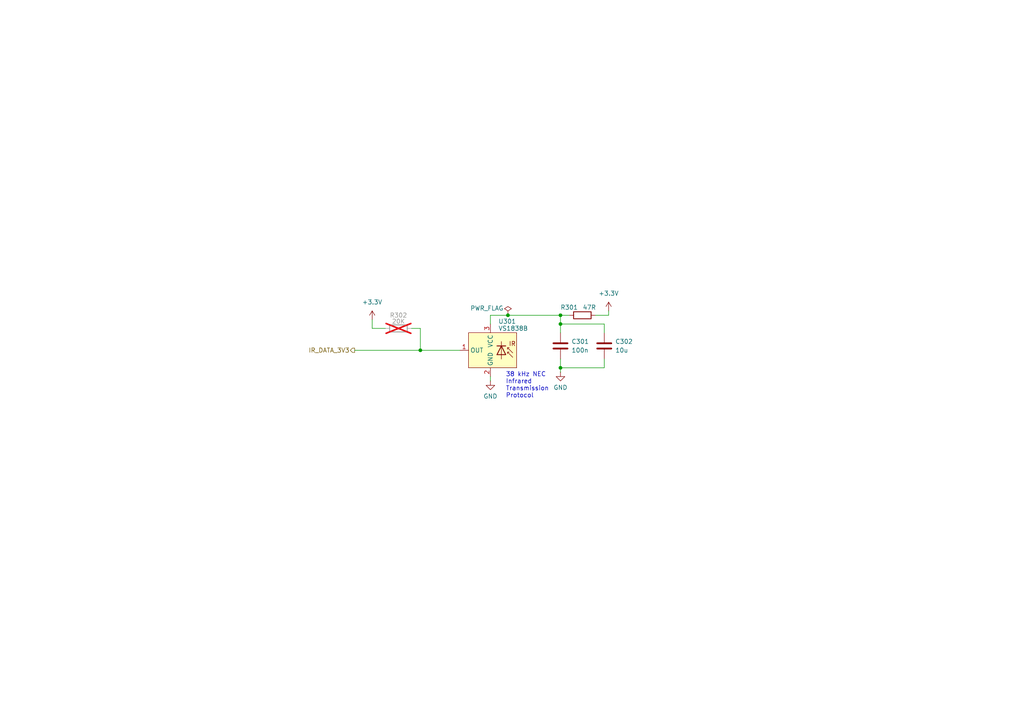
<source format=kicad_sch>
(kicad_sch (version 20231120) (generator "eeschema") (generator_version "8.0")
  (paper "A4")
  (lib_symbols
    (symbol "Device:C" (pin_numbers hide) (pin_names (offset 0.254))
      (property "Reference" "C" (at 0.635 2.54 0))
      (property "Value" "C" (at 0.635 -2.54 0))
      (symbol "C_0_1"
        (polyline (pts (xy -2.032 -0.762) (xy 2.032 -0.762)) (stroke (width 0.508)))
        (polyline (pts (xy -2.032 0.762) (xy 2.032 0.762)) (stroke (width 0.508)))
      )
      (symbol "C_1_1"
        (pin passive line (at 0 3.81 270) (length 2.794) (name "~") (number "1"))
        (pin passive line (at 0 -3.81 90) (length 2.794) (name "~") (number "2"))
      )
    )
    (symbol "Device:R" (pin_numbers hide) (pin_names (offset 0))
      (property "Reference" "R" (at 2.032 0 90))
      (property "Value" "R" (at 0 0 90))
      (symbol "R_0_1"
        (rectangle (start -1.016 -2.54) (end 1.016 2.54) (stroke (width 0.254)))
      )
      (symbol "R_1_1"
        (pin passive line (at 0 3.81 270) (length 1.27) (name "~") (number "1"))
        (pin passive line (at 0 -3.81 90) (length 1.27) (name "~") (number "2"))
      )
    )
    (symbol "power:+3.3V" (power) (pin_numbers hide) (pin_names (offset 0) hide)
      (property "Value" "+3.3V" (at 0 3.556 0))
      (symbol "+3.3V_0_1"
        (polyline (pts (xy -0.762 1.27) (xy 0 2.54)))
        (polyline (pts (xy 0 0) (xy 0 2.54)))
        (polyline (pts (xy 0 2.54) (xy 0.762 1.27)))
      )
      (symbol "+3.3V_1_1"
        (pin power_in line (at 0 0 90) (length 0) (name "~") (number "1"))
      )
    )
    (symbol "power:GND" (power) (pin_numbers hide) (pin_names (offset 0) hide)
      (property "Value" "GND" (at 0 -3.81 0))
      (symbol "GND_0_1"
        (polyline (pts (xy 0 0) (xy 0 -1.27) (xy 1.27 -1.27) (xy 0 -2.54) (xy -1.27 -1.27) (xy 0 -1.27)))
      )
      (symbol "GND_1_1"
        (pin power_in line (at 0 0 270) (length 0) (name "~") (number "1"))
      )
    )
    (symbol "power:PWR_FLAG" (power) (pin_numbers hide) (pin_names (offset 0) hide)
      (property "Value" "PWR_FLAG" (at 0 3.81 0))
      (symbol "PWR_FLAG_0_0"
        (pin power_out line (at 0 0 90) (length 0) (name "~") (number "1"))
      )
      (symbol "PWR_FLAG_0_1"
        (polyline (pts (xy 0 0) (xy 0 1.27) (xy -1.016 1.905) (xy 0 2.54) (xy 1.016 1.905) (xy 0 1.27)))
      )
    )
    (symbol "project-specific:IR_Receiver"
      (property "Reference" "U" (at 2.54 6.35 0))
      (symbol "IR_Receiver_0_1"
        (polyline (pts (xy 3.175 -1.27) (xy 3.175 -2.54)))
        (polyline (pts (xy 3.175 -1.27) (xy 3.175 1.27)))
        (polyline (pts (xy 3.175 1.27) (xy 3.175 2.54)))
        (polyline (pts (xy 4.445 1.27) (xy 1.905 1.27)) (stroke (width 0.254)))
        (polyline (pts (xy 4.953 0.762) (xy 4.953 0.254)))
        (polyline (pts (xy 6.477 -0.762) (xy 4.953 0.762) (xy 5.461 0.762)))
        (polyline (pts (xy 1.905 -1.27) (xy 4.445 -1.27) (xy 3.175 1.27) (xy 1.905 -1.27)) (stroke (width 0.254)))
        (polyline (pts (xy 6.477 -2.032) (xy 4.953 -0.508) (xy 5.461 -0.508) (xy 4.953 -0.508) (xy 4.953 -1.016)))
      )
      (symbol "IR_Receiver_1_1"
        (rectangle (start -6.35 5.08) (end 7.62 -5.08) (fill (type background)))
        (text "IR" (at 6.35 1.905 0) (effects (font (size 1.27 1.27))))
        (pin output line (at -8.89 0 0) (length 2.54) (name "OUT") (number "1"))
        (pin power_in line (at 0 -7.62 90) (length 2.54) (name "GND") (number "2"))
        (pin power_in line (at 0 7.62 270) (length 2.54) (name "VCC") (number "3"))
      )
    )
  )
  (junction (at 162.56 93.98))
  (junction (at 162.56 91.44))
  (junction (at 121.92 101.6))
  (junction (at 162.56 106.68))
  (junction (at 147.32 91.44))
  (wire (pts (xy 102.87 101.6) (xy 121.92 101.6)))
  (wire (pts (xy 172.72 91.44) (xy 176.53 91.44)))
  (wire (pts (xy 176.53 91.44) (xy 176.53 90.17)))
  (wire (pts (xy 121.92 95.25) (xy 121.92 101.6)))
  (wire (pts (xy 162.56 106.68) (xy 175.26 106.68)))
  (wire (pts (xy 121.92 101.6) (xy 133.35 101.6)))
  (wire (pts (xy 162.56 91.44) (xy 162.56 93.98)))
  (wire (pts (xy 175.26 93.98) (xy 175.26 96.52)))
  (wire (pts (xy 107.95 95.25) (xy 111.76 95.25)))
  (wire (pts (xy 142.24 91.44) (xy 142.24 93.98)))
  (wire (pts (xy 162.56 107.95) (xy 162.56 106.68)))
  (wire (pts (xy 162.56 93.98) (xy 175.26 93.98)))
  (wire (pts (xy 147.32 91.44) (xy 162.56 91.44)))
  (wire (pts (xy 107.95 92.71) (xy 107.95 95.25)))
  (wire (pts (xy 175.26 106.68) (xy 175.26 104.14)))
  (wire (pts (xy 162.56 106.68) (xy 162.56 104.14)))
  (wire (pts (xy 162.56 91.44) (xy 165.1 91.44)))
  (wire (pts (xy 162.56 93.98) (xy 162.56 96.52)))
  (wire (pts (xy 142.24 109.22) (xy 142.24 110.49)))
  (wire (pts (xy 142.24 91.44) (xy 147.32 91.44)))
  (wire (pts (xy 121.92 95.25) (xy 119.38 95.25)))
  (text "38 kHz NEC\nInfrared\nTransmission\nProtocol" (at 146.685 115.57 0) (effects (font (size 1.27 1.27)) (justify left bottom)))
  (hierarchical_label "IR_DATA_3V3" (shape output) (at 102.87 101.6 180))
  (symbol (lib_id "power:+3.3V") (at 107.95 92.71 0) (unit 1)
    (property "Reference" "#PWR0302" (effects (hide yes)))
    (property "Value" "+3.3V" (at 107.95 87.63 0))
    (property "Description" "Power symbol creates a global label with name \"+3.3V\"" (effects (hide yes)))
  )
  (symbol (lib_id "power:GND") (at 162.56 107.95 0) (unit 1)
    (property "Reference" "#PWR0303" (effects (hide yes)))
    (property "Value" "GND" (at 162.56 112.395 0))
    (property "Description" "Power symbol creates a global label with name \"GND\" , ground" (effects (hide yes)))
  )
  (symbol (lib_id "project-specific:IR_Receiver") (at 142.24 101.6 0) (unit 1)
    (property "Reference" "U301" (at 144.526 93.218 0) (effects (justify left)))
    (property "Value" "VS1838B" (at 148.844 95.25 0))
    (property "Footprint" "Connector_PinSocket_2.54mm:PinSocket_1x03_P2.54mm_Vertical" (effects (hide yes)))
  )
  (symbol (lib_id "Device:C") (at 162.56 100.33 0) (unit 1)
    (property "Reference" "C301" (at 165.735 99.06 0) (effects (justify left)))
    (property "Value" "100n" (at 165.735 101.6 0) (effects (justify left)))
    (property "Footprint" "Capacitor_SMD:C_0805_2012Metric_Pad1.18x1.45mm_HandSolder" (effects (hide yes)))
    (property "Description" "Unpolarized capacitor" (effects (hide yes)))
  )
  (symbol (lib_id "Device:R") (at 168.91 91.44 90) (unit 1)
    (property "Reference" "R301" (at 165.1 89.154 90))
    (property "Value" "47R" (at 170.942 89.154 90))
    (property "Footprint" "Resistor_SMD:R_0805_2012Metric_Pad1.20x1.40mm_HandSolder" (effects (hide yes)))
    (property "Description" "Resistor" (effects (hide yes)))
  )
  (symbol (lib_id "power:+3.3V") (at 176.53 90.17 0) (unit 1)
    (property "Reference" "#PWR0301" (effects (hide yes)))
    (property "Value" "+3.3V" (at 176.53 85.09 0))
    (property "Description" "Power symbol creates a global label with name \"+3.3V\"" (effects (hide yes)))
  )
  (symbol (lib_id "power:GND") (at 142.24 110.49 0) (unit 1)
    (property "Reference" "#PWR0304" (effects (hide yes)))
    (property "Value" "GND" (at 142.24 114.935 0))
    (property "Description" "Power symbol creates a global label with name \"GND\" , ground" (effects (hide yes)))
  )
  (symbol (lib_id "Device:R") (at 115.57 95.25 270) (mirror x) (unit 1) (dnp yes)
    (property "Reference" "R302" (at 115.57 91.44 90))
    (property "Value" "20K" (at 115.57 93.218 90))
    (property "Footprint" "Resistor_SMD:R_0805_2012Metric_Pad1.20x1.40mm_HandSolder" (effects (hide yes)))
    (property "Description" "Resistor" (effects (hide yes)))
  )
  (symbol (lib_id "power:PWR_FLAG") (at 147.32 91.44 0) (unit 1)
    (property "Reference" "#FLG0301" (effects (hide yes)))
    (property "Value" "PWR_FLAG" (at 141.224 89.408 0))
    (property "Description" "Special symbol for telling ERC where power comes from" (effects (hide yes)))
  )
  (symbol (lib_id "Device:C") (at 175.26 100.33 0) (unit 1)
    (property "Reference" "C302" (at 178.435 99.06 0) (effects (justify left)))
    (property "Value" "10u" (at 178.435 101.6 0) (effects (justify left)))
    (property "Footprint" "Capacitor_SMD:C_1206_3216Metric_Pad1.33x1.80mm_HandSolder" (effects (hide yes)))
    (property "Description" "Unpolarized capacitor" (effects (hide yes)))
  )
)
</source>
